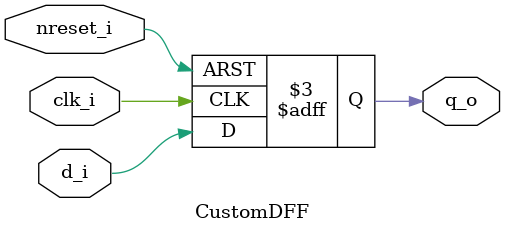
<source format=v>
module CustomDFF(
    input d_i,
    input clk_i,
    input nreset_i,
    output reg q_o
    );

    always @(posedge clk_i or negedge nreset_i) begin
        if (nreset_i == 1'b0)
            q_o = 1'b0;
        else
            q_o = d_i;
    end
endmodule
</source>
